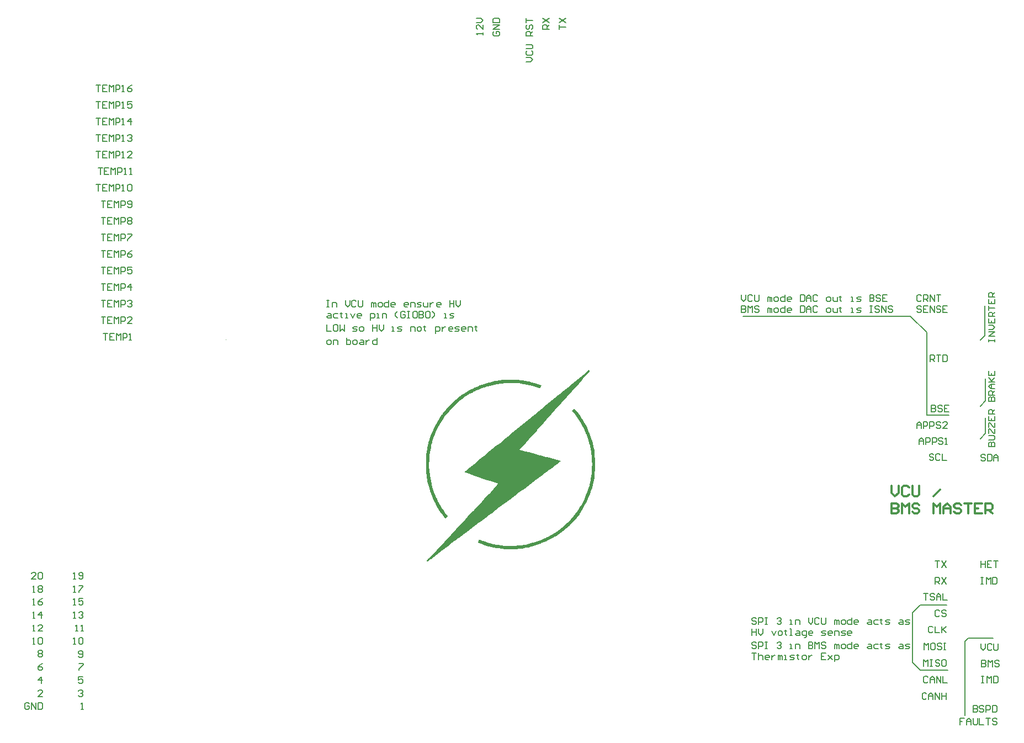
<source format=gto>
G04*
G04 #@! TF.GenerationSoftware,Altium Limited,Altium Designer,18.1.11 (251)*
G04*
G04 Layer_Color=65535*
%FSLAX25Y25*%
%MOIN*%
G70*
G01*
G75*
%ADD10C,0.00787*%
%ADD11C,0.00394*%
%ADD12C,0.01181*%
G36*
X298884Y314303D02*
X299977D01*
X301180Y314084D01*
X302602Y313975D01*
X305664Y313428D01*
X305883D01*
X306430Y313319D01*
X307195Y313100D01*
X308289Y312772D01*
X309492Y312444D01*
X310804Y312007D01*
X313757Y311022D01*
X312882Y309054D01*
X312773Y309163D01*
X312226Y309273D01*
X311460Y309601D01*
X310585Y309929D01*
X309382Y310257D01*
X308070Y310694D01*
X305227Y311350D01*
X305008D01*
X304571Y311460D01*
X303805Y311679D01*
X302711Y311788D01*
X301508Y312007D01*
X300196Y312225D01*
X297243Y312444D01*
X294728D01*
X293525Y312335D01*
X292213D01*
X289260Y312007D01*
X289041D01*
X288604Y311897D01*
X287839Y311788D01*
X286854Y311679D01*
X285651Y311460D01*
X284339Y311132D01*
X281496Y310475D01*
X281277D01*
X280839Y310257D01*
X280074Y310038D01*
X279090Y309710D01*
X277887Y309273D01*
X276684Y308726D01*
X273950Y307523D01*
X273840Y307414D01*
X273294Y307195D01*
X272637Y306867D01*
X271763Y306429D01*
X270669Y305882D01*
X269466Y305226D01*
X266951Y303695D01*
X266841Y303586D01*
X266404Y303258D01*
X265748Y302711D01*
X264982Y302055D01*
X263998Y301289D01*
X262904Y300305D01*
X260717Y298227D01*
X260608Y298118D01*
X260170Y297680D01*
X259624Y297134D01*
X258967Y296368D01*
X258093Y295493D01*
X257218Y294400D01*
X255249Y291994D01*
X255140Y291884D01*
X254812Y291447D01*
X254374Y290681D01*
X253828Y289807D01*
X253171Y288713D01*
X252406Y287510D01*
X250984Y284776D01*
X250875Y284667D01*
X250656Y284120D01*
X250328Y283354D01*
X249891Y282479D01*
X249453Y281276D01*
X248906Y279964D01*
X247922Y277121D01*
Y276902D01*
X247703Y276465D01*
X247594Y275699D01*
X247266Y274605D01*
X247047Y273403D01*
X246719Y272090D01*
X246282Y269137D01*
Y268919D01*
X246172Y268481D01*
Y267716D01*
X246063Y266622D01*
Y265419D01*
X245954Y264107D01*
Y261154D01*
Y260935D01*
X246063Y260498D01*
Y259733D01*
X246172Y258748D01*
X246391Y257545D01*
X246610Y256233D01*
X247047Y253390D01*
Y253171D01*
X247157Y252733D01*
X247375Y251968D01*
X247594Y250984D01*
X247922Y249781D01*
X248250Y248468D01*
X249234Y245734D01*
X249344Y245516D01*
X249563Y245078D01*
X249781Y244313D01*
X250219Y243438D01*
X250765Y242235D01*
X251312Y241032D01*
X252734Y238407D01*
X252843Y238298D01*
X253062Y237860D01*
X253499Y237095D01*
X254046Y236329D01*
X254812Y235236D01*
X255577Y234142D01*
X257327Y231846D01*
X255796Y230533D01*
X255687Y230643D01*
X255359Y231080D01*
X254812Y231736D01*
X254156Y232611D01*
X253390Y233595D01*
X252625Y234689D01*
X250984Y237314D01*
X250875Y237532D01*
X250656Y237970D01*
X250219Y238735D01*
X249781Y239720D01*
X249234Y240813D01*
X248578Y242126D01*
X247375Y244969D01*
X247266Y245188D01*
X247157Y245625D01*
X246829Y246391D01*
X246500Y247484D01*
X246172Y248578D01*
X245735Y249999D01*
X244969Y252843D01*
Y253062D01*
X244860Y253499D01*
X244751Y254374D01*
X244532Y255358D01*
X244423Y256670D01*
X244313Y258092D01*
X244204Y259623D01*
X244094Y261154D01*
Y261373D01*
Y261920D01*
Y262685D01*
Y263779D01*
Y264982D01*
Y266404D01*
X244313Y269465D01*
Y269684D01*
X244423Y270231D01*
X244532Y270997D01*
X244751Y272090D01*
X244969Y273293D01*
X245188Y274715D01*
X245954Y277667D01*
X246063Y277886D01*
X246172Y278433D01*
X246500Y279199D01*
X246829Y280183D01*
X247266Y281495D01*
X247813Y282807D01*
X249125Y285651D01*
X249234Y285870D01*
X249453Y286307D01*
X249891Y287072D01*
X250437Y288057D01*
X251094Y289260D01*
X251859Y290463D01*
X253609Y293197D01*
X253718Y293306D01*
X254046Y293743D01*
X254593Y294509D01*
X255249Y295274D01*
X256124Y296259D01*
X256999Y297352D01*
X259186Y299649D01*
X259296Y299758D01*
X259733Y300196D01*
X260389Y300743D01*
X261264Y301508D01*
X262248Y302383D01*
X263342Y303258D01*
X265857Y305226D01*
X265967Y305336D01*
X266513Y305664D01*
X267169Y306101D01*
X268044Y306757D01*
X269138Y307414D01*
X270341Y308070D01*
X273075Y309491D01*
X273294Y309601D01*
X273731Y309819D01*
X274497Y310148D01*
X275481Y310475D01*
X276684Y311022D01*
X277996Y311460D01*
X280949Y312444D01*
X281168D01*
X281605Y312663D01*
X282370Y312772D01*
X283464Y313100D01*
X284667Y313319D01*
X285979Y313647D01*
X289041Y314084D01*
X289260D01*
X289807Y314194D01*
X290573Y314303D01*
X291666D01*
X292869Y314412D01*
X298118D01*
X298884Y314303D01*
D02*
G37*
G36*
X333770Y296806D02*
X334098Y296368D01*
X334645Y295712D01*
X335410Y294837D01*
X336176Y293853D01*
X337051Y292650D01*
X337925Y291447D01*
X338800Y290025D01*
X338910Y289916D01*
X339238Y289369D01*
X339566Y288713D01*
X340113Y287729D01*
X340769Y286635D01*
X341425Y285323D01*
X342628Y282479D01*
X342737Y282261D01*
X342956Y281823D01*
X343175Y281058D01*
X343612Y279964D01*
X343940Y278761D01*
X344378Y277449D01*
X345143Y274387D01*
Y274168D01*
X345252Y273731D01*
X345471Y272856D01*
X345690Y271762D01*
X345909Y270559D01*
X346018Y269138D01*
X346346Y266075D01*
Y265857D01*
Y265310D01*
Y264435D01*
Y263341D01*
Y262029D01*
Y260607D01*
X346018Y257436D01*
Y257217D01*
X345909Y256780D01*
X345799Y255905D01*
X345690Y254811D01*
X345471Y253608D01*
X345143Y252187D01*
X344378Y249125D01*
Y248906D01*
X344159Y248468D01*
X343940Y247594D01*
X343612Y246500D01*
X343175Y245297D01*
X342628Y243875D01*
X341316Y240923D01*
X341206Y240704D01*
X340987Y240266D01*
X340550Y239501D01*
X340003Y238517D01*
X339347Y237314D01*
X338581Y236001D01*
X336832Y233267D01*
X336722Y233158D01*
X336394Y232721D01*
X335847Y231955D01*
X335082Y231080D01*
X334207Y230096D01*
X333223Y229002D01*
X330926Y226596D01*
X330817Y226487D01*
X330380Y226050D01*
X329723Y225503D01*
X328958Y224737D01*
X327864Y223862D01*
X326771Y222988D01*
X324255Y221019D01*
X324146Y220910D01*
X323599Y220582D01*
X322943Y220144D01*
X321959Y219597D01*
X320865Y218941D01*
X319553Y218285D01*
X316709Y216863D01*
X316491Y216754D01*
X316053Y216535D01*
X315288Y216207D01*
X314304Y215879D01*
X313101Y215332D01*
X311788Y214895D01*
X308836Y213911D01*
X308726D01*
X308289Y213801D01*
X307633Y213583D01*
X306758Y213364D01*
X305773Y213145D01*
X304571Y212926D01*
X302055Y212489D01*
X301946D01*
X301508Y212380D01*
X300743D01*
X299868Y212270D01*
X298884Y212161D01*
X297681D01*
X295166Y212052D01*
X292650D01*
X291994Y212161D01*
X291229D01*
X290463Y212270D01*
X289370Y212380D01*
X288057Y212598D01*
X286635Y212817D01*
X283464Y213364D01*
X283245D01*
X282808Y213583D01*
X281933Y213801D01*
X280949Y214020D01*
X279637Y214458D01*
X278324Y214895D01*
X275372Y215988D01*
X276246Y217848D01*
X276465Y217738D01*
X276903Y217629D01*
X277668Y217301D01*
X278652Y216863D01*
X279855Y216535D01*
X281168Y216098D01*
X284011Y215223D01*
X284230D01*
X284667Y215114D01*
X285433Y214895D01*
X286526Y214786D01*
X287729Y214567D01*
X289041Y214348D01*
X292104Y214129D01*
X293635D01*
X294728Y214020D01*
X295931D01*
X297353Y214129D01*
X300306Y214239D01*
X300524D01*
X300962Y214348D01*
X301837Y214458D01*
X302821Y214567D01*
X304024Y214786D01*
X305336Y215114D01*
X308289Y215879D01*
X308507D01*
X308945Y216098D01*
X309711Y216317D01*
X310695Y216645D01*
X311898Y216973D01*
X313210Y217410D01*
X315944Y218613D01*
X316163Y218723D01*
X316600Y218941D01*
X317256Y219269D01*
X318241Y219816D01*
X319334Y220363D01*
X320537Y221019D01*
X323052Y222659D01*
X323162Y222769D01*
X323599Y223097D01*
X324365Y223534D01*
X325240Y224190D01*
X326224Y225065D01*
X327318Y225940D01*
X329614Y228018D01*
X329723Y228128D01*
X330161Y228565D01*
X330708Y229112D01*
X331473Y229987D01*
X332348Y230971D01*
X333223Y232064D01*
X334207Y233267D01*
X335191Y234580D01*
X335301Y234689D01*
X335629Y235126D01*
X336066Y235892D01*
X336613Y236767D01*
X337269Y237860D01*
X338035Y239064D01*
X338691Y240376D01*
X339456Y241797D01*
X339566Y242016D01*
X339785Y242454D01*
X340113Y243219D01*
X340550Y244203D01*
X340987Y245406D01*
X341534Y246719D01*
X342518Y249671D01*
Y249890D01*
X342737Y250328D01*
X342847Y251093D01*
X343175Y252187D01*
X343393Y253390D01*
X343612Y254702D01*
X344050Y257655D01*
Y257873D01*
X344159Y258420D01*
Y259186D01*
X344268Y260279D01*
Y261482D01*
X344378Y262904D01*
X344268Y265966D01*
Y266185D01*
Y266622D01*
X344159Y267497D01*
X344050Y268481D01*
X343940Y269684D01*
X343721Y270997D01*
X343175Y273949D01*
Y274168D01*
X343065Y274605D01*
X342847Y275371D01*
X342518Y276355D01*
X342190Y277558D01*
X341753Y278871D01*
X340769Y281714D01*
X340659Y281933D01*
X340550Y282370D01*
X340222Y283136D01*
X339785Y284120D01*
X339238Y285213D01*
X338581Y286416D01*
X337051Y289041D01*
X336941Y289150D01*
X336722Y289588D01*
X336285Y290353D01*
X335629Y291228D01*
X334973Y292212D01*
X334098Y293306D01*
X332129Y295712D01*
X333660Y296915D01*
X333770Y296806D01*
D02*
G37*
G36*
X342737Y320099D02*
Y319881D01*
X342846Y319771D01*
X342956Y319552D01*
X342846Y319443D01*
X342737Y319334D01*
X342409Y319006D01*
X342081Y318568D01*
X340987Y317365D01*
X339675Y315834D01*
X338144Y314084D01*
X336394Y312116D01*
X334535Y310038D01*
X332567Y307851D01*
X332457Y307742D01*
X332348Y307632D01*
X332020Y307304D01*
X331692Y306867D01*
X330598Y305664D01*
X329176Y304133D01*
X327645Y302383D01*
X325786Y300305D01*
X323818Y298227D01*
X321849Y295931D01*
X321740Y295821D01*
X321631Y295712D01*
X321303Y295384D01*
X320975Y294946D01*
X319881Y293743D01*
X318569Y292212D01*
X316928Y290463D01*
X315178Y288385D01*
X313210Y286307D01*
X311242Y284010D01*
X311132Y283901D01*
X311023Y283792D01*
X310695Y283464D01*
X310367Y283026D01*
X309273Y281823D01*
X307851Y280292D01*
X306320Y278433D01*
X304461Y276465D01*
X302493Y274277D01*
X300524Y272090D01*
X300634D01*
X300852Y271981D01*
X301180D01*
X301618Y271762D01*
X302165Y271653D01*
X302821Y271434D01*
X304461Y271106D01*
X306320Y270559D01*
X308398Y270012D01*
X310695Y269356D01*
X312991Y268700D01*
X313101D01*
X313319Y268591D01*
X313647D01*
X314085Y268372D01*
X314632Y268263D01*
X315288Y268044D01*
X316928Y267716D01*
X318787Y267169D01*
X320975Y266622D01*
X323162Y265966D01*
X325568Y265310D01*
X325458Y265200D01*
X325021Y264872D01*
X324474Y264544D01*
X323927Y264107D01*
X323818Y263998D01*
X323490Y263779D01*
X323052Y263451D01*
X322615Y263013D01*
X322506Y262904D01*
X322178Y262685D01*
X321631Y262357D01*
X320975Y261810D01*
X320100Y261154D01*
X319115Y260389D01*
X317913Y259514D01*
X316709Y258529D01*
X315288Y257545D01*
X313866Y256452D01*
X310585Y254046D01*
X307195Y251421D01*
X303696Y248797D01*
X303586Y248687D01*
X303258Y248468D01*
X302711Y248140D01*
X302055Y247593D01*
X301180Y246937D01*
X300196Y246172D01*
X298993Y245297D01*
X297790Y244313D01*
X296369Y243328D01*
X294837Y242126D01*
X291666Y239720D01*
X288167Y237204D01*
X284667Y234470D01*
X284558Y234361D01*
X284230Y234142D01*
X283792Y233814D01*
X283027Y233267D01*
X282152Y232611D01*
X281168Y231846D01*
X280074Y230971D01*
X278762Y230096D01*
X277449Y229002D01*
X275918Y227909D01*
X272747Y225503D01*
X269357Y222988D01*
X265857Y220363D01*
X265748Y220253D01*
X265420Y220035D01*
X264873Y219707D01*
X264217Y219160D01*
X263342Y218504D01*
X262358Y217738D01*
X261264Y216863D01*
X259952Y215879D01*
X257108Y213801D01*
X253937Y211395D01*
X250547Y208771D01*
X247047Y206146D01*
X246938Y206037D01*
X246610Y205927D01*
X246172Y205599D01*
X245625Y205052D01*
X245516Y204943D01*
X245188Y204724D01*
X244751D01*
X244641Y204943D01*
Y205052D01*
Y205381D01*
X244751Y205709D01*
X245079Y206146D01*
X245188Y206256D01*
X245516Y206474D01*
X246391Y207130D01*
X246610Y207349D01*
X247157Y207896D01*
X248031Y208880D01*
X249125Y209974D01*
X250437Y211395D01*
X251859Y212926D01*
X255030Y216317D01*
X255249Y216535D01*
X255796Y217082D01*
X256671Y218066D01*
X257765Y219160D01*
X259077Y220582D01*
X260498Y222222D01*
X262030Y223862D01*
X263670Y225612D01*
Y225722D01*
X263889Y225831D01*
X264435Y226378D01*
X265310Y227362D01*
X266404Y228565D01*
X267716Y229987D01*
X269138Y231518D01*
X272309Y234908D01*
Y235017D01*
X272528Y235126D01*
X273075Y235673D01*
X273950Y236658D01*
X275043Y237860D01*
X276356Y239282D01*
X277777Y240813D01*
X280949Y244203D01*
X281058Y244313D01*
X281277Y244531D01*
X281605Y244860D01*
X282042Y245297D01*
X283136Y246391D01*
X284339Y247703D01*
X284448Y247812D01*
X284667Y248031D01*
X284995Y248359D01*
X285323Y248906D01*
X286417Y250109D01*
X287620Y251640D01*
X287510D01*
X287401Y251749D01*
X286745Y251968D01*
X285761Y252296D01*
X284448Y252733D01*
X282808Y253280D01*
X281168Y253827D01*
X279308Y254374D01*
X277340Y255030D01*
X277121Y255139D01*
X276465Y255358D01*
X275481Y255686D01*
X274168Y256124D01*
X272637Y256670D01*
X270888Y257217D01*
X269138Y257873D01*
X267169Y258529D01*
X267279Y258639D01*
X267607Y258858D01*
X268154Y259295D01*
X268810Y259842D01*
X269685Y260607D01*
X270669Y261482D01*
X271763Y262357D01*
X273075Y263451D01*
X274497Y264544D01*
X275918Y265857D01*
X279199Y268481D01*
X282589Y271325D01*
X286198Y274168D01*
X286307Y274277D01*
X286635Y274496D01*
X287182Y274934D01*
X287839Y275480D01*
X288713Y276136D01*
X289698Y277011D01*
X290791Y277886D01*
X292104Y278980D01*
X293416Y280073D01*
X294947Y281276D01*
X298118Y283901D01*
X301508Y286635D01*
X305008Y289478D01*
X305117Y289588D01*
X305445Y289807D01*
X305992Y290244D01*
X306648Y290791D01*
X307523Y291556D01*
X308507Y292322D01*
X309711Y293306D01*
X310913Y294290D01*
X313757Y296696D01*
X316928Y299212D01*
X320318Y302055D01*
X323818Y304898D01*
X323927Y305008D01*
X324255Y305226D01*
X324802Y305664D01*
X325458Y306210D01*
X326333Y306976D01*
X327317Y307741D01*
X328520Y308726D01*
X329723Y309710D01*
X332567Y312007D01*
X335738Y314631D01*
X339128Y317365D01*
X342628Y320209D01*
X342737Y320099D01*
D02*
G37*
D10*
X569685Y111811D02*
Y156299D01*
X571654Y158268D01*
X586614D01*
X581496Y340945D02*
Y359055D01*
X578740Y338189D02*
X581496Y340945D01*
X578740Y278740D02*
X581890Y281890D01*
Y291339D01*
X578740Y298425D02*
X581890Y301575D01*
Y314961D01*
X546457Y292913D02*
X559842D01*
X546457D02*
Y342913D01*
X536614Y352756D02*
X546457Y342913D01*
X435433Y352756D02*
X536614D01*
X542520Y138976D02*
X559055D01*
X537795Y143701D02*
X542520Y138976D01*
X537795Y143701D02*
Y173622D01*
X542520Y178347D01*
X558661D01*
X551537Y204960D02*
X554161D01*
X552849D01*
Y201024D01*
X555473Y204960D02*
X558097Y201024D01*
Y204960D02*
X555473Y201024D01*
X32677Y162518D02*
X33989D01*
X33333D01*
Y166454D01*
X32677Y165798D01*
X35957Y162518D02*
X37269D01*
X36613D01*
Y166454D01*
X35957Y165798D01*
X579134Y194941D02*
X580446D01*
X579790D01*
Y191006D01*
X579134D01*
X580446D01*
X582414D02*
Y194941D01*
X583726Y193630D01*
X585037Y194941D01*
Y191006D01*
X586349Y194941D02*
Y191006D01*
X588317D01*
X588973Y191662D01*
Y194286D01*
X588317Y194941D01*
X586349D01*
X48031Y362380D02*
X50655D01*
X49343D01*
Y358445D01*
X54591Y362380D02*
X51967D01*
Y358445D01*
X54591D01*
X51967Y360413D02*
X53279D01*
X55903Y358445D02*
Y362380D01*
X57215Y361069D01*
X58527Y362380D01*
Y358445D01*
X59839D02*
Y362380D01*
X61807D01*
X62463Y361724D01*
Y360413D01*
X61807Y359757D01*
X59839D01*
X63775Y361724D02*
X64430Y362380D01*
X65742D01*
X66398Y361724D01*
Y361069D01*
X65742Y360413D01*
X65086D01*
X65742D01*
X66398Y359757D01*
Y359101D01*
X65742Y358445D01*
X64430D01*
X63775Y359101D01*
X6693Y162518D02*
X8005D01*
X7349D01*
Y166454D01*
X6693Y165798D01*
X12596Y162518D02*
X9973D01*
X12596Y165142D01*
Y165798D01*
X11941Y166454D01*
X10629D01*
X9973Y165798D01*
X544488Y141339D02*
Y145275D01*
X545800Y143963D01*
X547112Y145275D01*
Y141339D01*
X548424Y145275D02*
X549736D01*
X549080D01*
Y141339D01*
X548424D01*
X549736D01*
X554327Y144619D02*
X553672Y145275D01*
X552360D01*
X551704Y144619D01*
Y143963D01*
X552360Y143307D01*
X553672D01*
X554327Y142651D01*
Y141995D01*
X553672Y141339D01*
X552360D01*
X551704Y141995D01*
X557607Y145275D02*
X556295D01*
X555639Y144619D01*
Y141995D01*
X556295Y141339D01*
X557607D01*
X558263Y141995D01*
Y144619D01*
X557607Y145275D01*
X551537Y191122D02*
Y195057D01*
X553505D01*
X554161Y194401D01*
Y193089D01*
X553505Y192434D01*
X551537D01*
X552849D02*
X554161Y191122D01*
X555473Y195057D02*
X558097Y191122D01*
Y195057D02*
X555473Y191122D01*
X44882Y482380D02*
X47506D01*
X46194D01*
Y478445D01*
X51441Y482380D02*
X48818D01*
Y478445D01*
X51441D01*
X48818Y480412D02*
X50129D01*
X52753Y478445D02*
Y482380D01*
X54065Y481069D01*
X55377Y482380D01*
Y478445D01*
X56689D02*
Y482380D01*
X58657D01*
X59313Y481724D01*
Y480412D01*
X58657Y479757D01*
X56689D01*
X60625Y478445D02*
X61937D01*
X61281D01*
Y482380D01*
X60625Y481724D01*
X66528Y482380D02*
X63905D01*
Y480412D01*
X65216Y481069D01*
X65873D01*
X66528Y480412D01*
Y479101D01*
X65873Y478445D01*
X64561D01*
X63905Y479101D01*
X569159Y110009D02*
X566535D01*
Y108041D01*
X567847D01*
X566535D01*
Y106073D01*
X570471D02*
Y108697D01*
X571783Y110009D01*
X573095Y108697D01*
Y106073D01*
Y108041D01*
X570471D01*
X574407Y110009D02*
Y106729D01*
X575063Y106073D01*
X576375D01*
X577031Y106729D01*
Y110009D01*
X578343D02*
Y106073D01*
X580967D01*
X582278Y110009D02*
X584902D01*
X583590D01*
Y106073D01*
X588838Y109353D02*
X588182Y110009D01*
X586870D01*
X586214Y109353D01*
Y108697D01*
X586870Y108041D01*
X588182D01*
X588838Y107385D01*
Y106729D01*
X588182Y106073D01*
X586870D01*
X586214Y106729D01*
X48031Y422380D02*
X50655D01*
X49343D01*
Y418445D01*
X54591Y422380D02*
X51967D01*
Y418445D01*
X54591D01*
X51967Y420412D02*
X53279D01*
X55903Y418445D02*
Y422380D01*
X57215Y421068D01*
X58527Y422380D01*
Y418445D01*
X59839D02*
Y422380D01*
X61807D01*
X62463Y421724D01*
Y420412D01*
X61807Y419757D01*
X59839D01*
X63774Y419101D02*
X64430Y418445D01*
X65742D01*
X66398Y419101D01*
Y421724D01*
X65742Y422380D01*
X64430D01*
X63774Y421724D01*
Y421068D01*
X64430Y420412D01*
X66398D01*
X31102Y170392D02*
X32414D01*
X31758D01*
Y174328D01*
X31102Y173672D01*
X34382D02*
X35038Y174328D01*
X36350D01*
X37006Y173672D01*
Y173016D01*
X36350Y172360D01*
X35694D01*
X36350D01*
X37006Y171704D01*
Y171048D01*
X36350Y170392D01*
X35038D01*
X34382Y171048D01*
X278387Y522698D02*
Y524010D01*
Y523354D01*
X274452D01*
X275108Y522698D01*
X278387Y528602D02*
Y525978D01*
X275764Y528602D01*
X275108D01*
X274452Y527946D01*
Y526634D01*
X275108Y525978D01*
X274452Y529914D02*
X277076D01*
X278387Y531226D01*
X277076Y532538D01*
X274452D01*
X550655Y268940D02*
X549999Y269596D01*
X548688D01*
X548032Y268940D01*
Y268285D01*
X548688Y267629D01*
X549999D01*
X550655Y266973D01*
Y266317D01*
X549999Y265661D01*
X548688D01*
X548032Y266317D01*
X554591Y268940D02*
X553935Y269596D01*
X552623D01*
X551967Y268940D01*
Y266317D01*
X552623Y265661D01*
X553935D01*
X554591Y266317D01*
X555903Y269596D02*
Y265661D01*
X558527D01*
X583711Y337442D02*
Y338754D01*
Y338098D01*
X587646D01*
Y337442D01*
Y338754D01*
Y340722D02*
X583711D01*
X587646Y343346D01*
X583711D01*
Y344658D02*
X586335D01*
X587646Y345970D01*
X586335Y347281D01*
X583711D01*
Y351217D02*
Y348593D01*
X587646D01*
Y351217D01*
X585679Y348593D02*
Y349905D01*
X587646Y352529D02*
X583711D01*
Y354497D01*
X584367Y355153D01*
X585679D01*
X586335Y354497D01*
Y352529D01*
Y353841D02*
X587646Y355153D01*
X583711Y356465D02*
Y359089D01*
Y357777D01*
X587646D01*
X583711Y363024D02*
Y360401D01*
X587646D01*
Y363024D01*
X585679Y360401D02*
Y361713D01*
X587646Y364336D02*
X583711D01*
Y366304D01*
X584367Y366960D01*
X585679D01*
X586335Y366304D01*
Y364336D01*
Y365648D02*
X587646Y366960D01*
X12466Y142832D02*
X11154Y142176D01*
X9843Y140864D01*
Y139552D01*
X10498Y138896D01*
X11810D01*
X12466Y139552D01*
Y140208D01*
X11810Y140864D01*
X9843D01*
X583711Y301222D02*
X587646D01*
Y303189D01*
X586990Y303845D01*
X586335D01*
X585678Y303189D01*
Y301222D01*
Y303189D01*
X585023Y303845D01*
X584367D01*
X583711Y303189D01*
Y301222D01*
X587646Y305157D02*
X583711D01*
Y307125D01*
X584367Y307781D01*
X585678D01*
X586335Y307125D01*
Y305157D01*
Y306469D02*
X587646Y307781D01*
Y309093D02*
X585023D01*
X583711Y310405D01*
X585023Y311717D01*
X587646D01*
X585678D01*
Y309093D01*
X583711Y313029D02*
X587646D01*
X586335D01*
X583711Y315653D01*
X585678Y313685D01*
X587646Y315653D01*
X583711Y319588D02*
Y316965D01*
X587646D01*
Y319588D01*
X585678Y316965D02*
Y318277D01*
X579096Y205057D02*
Y201121D01*
Y203089D01*
X581720D01*
Y205057D01*
Y201121D01*
X585656Y205057D02*
X583032D01*
Y201121D01*
X585656D01*
X583032Y203089D02*
X584344D01*
X586968Y205057D02*
X589592D01*
X588280D01*
Y201121D01*
X548425Y325227D02*
Y329163D01*
X550393D01*
X551049Y328507D01*
Y327195D01*
X550393Y326539D01*
X548425D01*
X549737D02*
X551049Y325227D01*
X552361Y329163D02*
X554985D01*
X553673D01*
Y325227D01*
X556297Y329163D02*
Y325227D01*
X558264D01*
X558920Y325883D01*
Y328507D01*
X558264Y329163D01*
X556297D01*
X31102Y194014D02*
X32414D01*
X31758D01*
Y197950D01*
X31102Y197294D01*
X34382Y194670D02*
X35038Y194014D01*
X36350D01*
X37006Y194670D01*
Y197294D01*
X36350Y197950D01*
X35038D01*
X34382Y197294D01*
Y196638D01*
X35038Y195982D01*
X37006D01*
X304452Y506299D02*
X307076D01*
X308387Y507611D01*
X307076Y508923D01*
X304452D01*
X305108Y512859D02*
X304452Y512203D01*
Y510891D01*
X305108Y510235D01*
X307732D01*
X308387Y510891D01*
Y512203D01*
X307732Y512859D01*
X304452Y514171D02*
X307732D01*
X308387Y514827D01*
Y516139D01*
X307732Y516794D01*
X304452D01*
X308387Y522042D02*
X304452D01*
Y524010D01*
X305108Y524666D01*
X306420D01*
X307076Y524010D01*
Y522042D01*
Y523354D02*
X308387Y524666D01*
X305108Y528602D02*
X304452Y527946D01*
Y526634D01*
X305108Y525978D01*
X305764D01*
X306420Y526634D01*
Y527946D01*
X307076Y528602D01*
X307732D01*
X308387Y527946D01*
Y526634D01*
X307732Y525978D01*
X304452Y529914D02*
Y532538D01*
Y531226D01*
X308387D01*
X36876Y134958D02*
X34252D01*
Y132990D01*
X35564Y133646D01*
X36220D01*
X36876Y132990D01*
Y131678D01*
X36220Y131022D01*
X34908D01*
X34252Y131678D01*
X579528Y135256D02*
X580839D01*
X580184D01*
Y131321D01*
X579528D01*
X580839D01*
X582807D02*
Y135256D01*
X584119Y133944D01*
X585431Y135256D01*
Y131321D01*
X586743Y135256D02*
Y131321D01*
X588711D01*
X589367Y131977D01*
Y134600D01*
X588711Y135256D01*
X586743D01*
X579134Y155020D02*
Y152396D01*
X580446Y151084D01*
X581758Y152396D01*
Y155020D01*
X585693Y154364D02*
X585038Y155020D01*
X583726D01*
X583070Y154364D01*
Y151740D01*
X583726Y151084D01*
X585038D01*
X585693Y151740D01*
X587005Y155020D02*
Y151740D01*
X587661Y151084D01*
X588973D01*
X589629Y151740D01*
Y155020D01*
X34252Y147426D02*
X34908Y146770D01*
X36220D01*
X36876Y147426D01*
Y150050D01*
X36220Y150706D01*
X34908D01*
X34252Y150050D01*
Y149394D01*
X34908Y148738D01*
X36876D01*
X285108Y524666D02*
X284452Y524010D01*
Y522698D01*
X285108Y522042D01*
X287732D01*
X288387Y522698D01*
Y524010D01*
X287732Y524666D01*
X286420D01*
Y523354D01*
X288387Y525978D02*
X284452D01*
X288387Y528602D01*
X284452D01*
Y529914D02*
X288387D01*
Y531882D01*
X287732Y532538D01*
X285108D01*
X284452Y531882D01*
Y529914D01*
X547112Y134600D02*
X546456Y135256D01*
X545144D01*
X544488Y134600D01*
Y131977D01*
X545144Y131321D01*
X546456D01*
X547112Y131977D01*
X548424Y131321D02*
Y133944D01*
X549736Y135256D01*
X551048Y133944D01*
Y131321D01*
Y133289D01*
X548424D01*
X552360Y131321D02*
Y135256D01*
X554984Y131321D01*
Y135256D01*
X556295D02*
Y131321D01*
X558919D01*
X34646Y142832D02*
X37269D01*
Y142176D01*
X34646Y139552D01*
Y138896D01*
X31102Y186140D02*
X32414D01*
X31758D01*
Y190076D01*
X31102Y189420D01*
X34382Y190076D02*
X37006D01*
Y189420D01*
X34382Y186796D01*
Y186140D01*
X6693Y170473D02*
X8005D01*
X7349D01*
Y174409D01*
X6693Y173753D01*
X11941Y170473D02*
Y174409D01*
X9973Y172441D01*
X12596D01*
X6693Y154644D02*
X8005D01*
X7349D01*
Y158580D01*
X6693Y157924D01*
X9973D02*
X10629Y158580D01*
X11941D01*
X12596Y157924D01*
Y155300D01*
X11941Y154644D01*
X10629D01*
X9973Y155300D01*
Y157924D01*
X6693Y178266D02*
X8005D01*
X7349D01*
Y182202D01*
X6693Y181546D01*
X12596Y182202D02*
X11285Y181546D01*
X9973Y180234D01*
Y178922D01*
X10629Y178266D01*
X11941D01*
X12596Y178922D01*
Y179578D01*
X11941Y180234D01*
X9973D01*
X579528Y144941D02*
Y141006D01*
X581495D01*
X582151Y141662D01*
Y142318D01*
X581495Y142974D01*
X579528D01*
X581495D01*
X582151Y143630D01*
Y144286D01*
X581495Y144941D01*
X579528D01*
X583463Y141006D02*
Y144941D01*
X584775Y143630D01*
X586087Y144941D01*
Y141006D01*
X590023Y144286D02*
X589367Y144941D01*
X588055D01*
X587399Y144286D01*
Y143630D01*
X588055Y142974D01*
X589367D01*
X590023Y142318D01*
Y141662D01*
X589367Y141006D01*
X588055D01*
X587399Y141662D01*
X574409Y117697D02*
Y113762D01*
X576377D01*
X577033Y114418D01*
Y115074D01*
X576377Y115729D01*
X574409D01*
X576377D01*
X577033Y116385D01*
Y117041D01*
X576377Y117697D01*
X574409D01*
X580969Y117041D02*
X580313Y117697D01*
X579001D01*
X578345Y117041D01*
Y116385D01*
X579001Y115729D01*
X580313D01*
X580969Y115074D01*
Y114418D01*
X580313Y113762D01*
X579001D01*
X578345Y114418D01*
X582281Y113762D02*
Y117697D01*
X584249D01*
X584905Y117041D01*
Y115729D01*
X584249Y115074D01*
X582281D01*
X586217Y117697D02*
Y113762D01*
X588184D01*
X588840Y114418D01*
Y117041D01*
X588184Y117697D01*
X586217D01*
X6693Y186140D02*
X8005D01*
X7349D01*
Y190076D01*
X6693Y189420D01*
X9973D02*
X10629Y190076D01*
X11941D01*
X12596Y189420D01*
Y188764D01*
X11941Y188108D01*
X12596Y187452D01*
Y186796D01*
X11941Y186140D01*
X10629D01*
X9973Y186796D01*
Y187452D01*
X10629Y188108D01*
X9973Y188764D01*
Y189420D01*
X10629Y188108D02*
X11941D01*
X324452Y525978D02*
Y528602D01*
Y527290D01*
X328387D01*
X324452Y529914D02*
X328387Y532538D01*
X324452D02*
X328387Y529914D01*
X31102Y154644D02*
X32414D01*
X31758D01*
Y158580D01*
X31102Y157924D01*
X34382D02*
X35038Y158580D01*
X36350D01*
X37006Y157924D01*
Y155300D01*
X36350Y154644D01*
X35038D01*
X34382Y155300D01*
Y157924D01*
X31102Y178266D02*
X32414D01*
X31758D01*
Y182202D01*
X31102Y181546D01*
X37006Y182202D02*
X34382D01*
Y180234D01*
X35694Y180890D01*
X36350D01*
X37006Y180234D01*
Y178922D01*
X36350Y178266D01*
X35038D01*
X34382Y178922D01*
X11810Y130984D02*
Y134920D01*
X9843Y132952D01*
X12466D01*
X554199Y174522D02*
X553543Y175178D01*
X552231D01*
X551575Y174522D01*
Y171898D01*
X552231Y171242D01*
X553543D01*
X554199Y171898D01*
X558134Y174522D02*
X557478Y175178D01*
X556167D01*
X555511Y174522D01*
Y173866D01*
X556167Y173210D01*
X557478D01*
X558134Y172554D01*
Y171898D01*
X557478Y171242D01*
X556167D01*
X555511Y171898D01*
X12466Y123148D02*
X9843D01*
X12466Y125772D01*
Y126428D01*
X11810Y127084D01*
X10498D01*
X9843Y126428D01*
X44882Y472380D02*
X47506D01*
X46194D01*
Y468445D01*
X51441Y472380D02*
X48818D01*
Y468445D01*
X51441D01*
X48818Y470412D02*
X50129D01*
X52753Y468445D02*
Y472380D01*
X54065Y471068D01*
X55377Y472380D01*
Y468445D01*
X56689D02*
Y472380D01*
X58657D01*
X59313Y471724D01*
Y470412D01*
X58657Y469757D01*
X56689D01*
X60625Y468445D02*
X61937D01*
X61281D01*
Y472380D01*
X60625Y471724D01*
X65873Y468445D02*
Y472380D01*
X63905Y470412D01*
X66528D01*
X48031Y382380D02*
X50655D01*
X49343D01*
Y378445D01*
X54591Y382380D02*
X51967D01*
Y378445D01*
X54591D01*
X51967Y380413D02*
X53279D01*
X55903Y378445D02*
Y382380D01*
X57215Y381068D01*
X58527Y382380D01*
Y378445D01*
X59839D02*
Y382380D01*
X61807D01*
X62463Y381724D01*
Y380413D01*
X61807Y379757D01*
X59839D01*
X66398Y382380D02*
X63774D01*
Y380413D01*
X65086Y381068D01*
X65742D01*
X66398Y380413D01*
Y379101D01*
X65742Y378445D01*
X64430D01*
X63774Y379101D01*
X541866Y275346D02*
Y277970D01*
X543178Y279281D01*
X544489Y277970D01*
Y275346D01*
Y277314D01*
X541866D01*
X545801Y275346D02*
Y279281D01*
X547769D01*
X548425Y278625D01*
Y277314D01*
X547769Y276658D01*
X545801D01*
X549737Y275346D02*
Y279281D01*
X551705D01*
X552361Y278625D01*
Y277314D01*
X551705Y276658D01*
X549737D01*
X556297Y278625D02*
X555641Y279281D01*
X554329D01*
X553673Y278625D01*
Y277970D01*
X554329Y277314D01*
X555641D01*
X556297Y276658D01*
Y276002D01*
X555641Y275346D01*
X554329D01*
X553673Y276002D01*
X557609Y275346D02*
X558920D01*
X558264D01*
Y279281D01*
X557609Y278625D01*
X8529Y194014D02*
X5906D01*
X8529Y196638D01*
Y197294D01*
X7873Y197950D01*
X6561D01*
X5906Y197294D01*
X9841D02*
X10497Y197950D01*
X11809D01*
X12465Y197294D01*
Y194670D01*
X11809Y194014D01*
X10497D01*
X9841Y194670D01*
Y197294D01*
X543175Y365011D02*
X542519Y365667D01*
X541207D01*
X540551Y365011D01*
Y362387D01*
X541207Y361731D01*
X542519D01*
X543175Y362387D01*
X544487Y361731D02*
Y365667D01*
X546455D01*
X547111Y365011D01*
Y363699D01*
X546455Y363043D01*
X544487D01*
X545799D02*
X547111Y361731D01*
X548423D02*
Y365667D01*
X551047Y361731D01*
Y365667D01*
X552358D02*
X554982D01*
X553670D01*
Y361731D01*
X543175Y358398D02*
X542519Y359054D01*
X541207D01*
X540551Y358398D01*
Y357742D01*
X541207Y357086D01*
X542519D01*
X543175Y356430D01*
Y355774D01*
X542519Y355118D01*
X541207D01*
X540551Y355774D01*
X547111Y359054D02*
X544487D01*
Y355118D01*
X547111D01*
X544487Y357086D02*
X545799D01*
X548423Y355118D02*
Y359054D01*
X551047Y355118D01*
Y359054D01*
X554982Y358398D02*
X554326Y359054D01*
X553014D01*
X552358Y358398D01*
Y357742D01*
X553014Y357086D01*
X554326D01*
X554982Y356430D01*
Y355774D01*
X554326Y355118D01*
X553014D01*
X552358Y355774D01*
X558918Y359054D02*
X556294D01*
Y355118D01*
X558918D01*
X556294Y357086D02*
X557606D01*
X48031Y412380D02*
X50655D01*
X49343D01*
Y408445D01*
X54591Y412380D02*
X51967D01*
Y408445D01*
X54591D01*
X51967Y410413D02*
X53279D01*
X55903Y408445D02*
Y412380D01*
X57215Y411068D01*
X58527Y412380D01*
Y408445D01*
X59839D02*
Y412380D01*
X61807D01*
X62463Y411724D01*
Y410413D01*
X61807Y409757D01*
X59839D01*
X63774Y411724D02*
X64430Y412380D01*
X65742D01*
X66398Y411724D01*
Y411068D01*
X65742Y410413D01*
X66398Y409757D01*
Y409101D01*
X65742Y408445D01*
X64430D01*
X63774Y409101D01*
Y409757D01*
X64430Y410413D01*
X63774Y411068D01*
Y411724D01*
X64430Y410413D02*
X65742D01*
X48031Y402380D02*
X50655D01*
X49343D01*
Y398445D01*
X54591Y402380D02*
X51967D01*
Y398445D01*
X54591D01*
X51967Y400413D02*
X53279D01*
X55903Y398445D02*
Y402380D01*
X57215Y401068D01*
X58527Y402380D01*
Y398445D01*
X59839D02*
Y402380D01*
X61807D01*
X62463Y401724D01*
Y400413D01*
X61807Y399757D01*
X59839D01*
X63774Y402380D02*
X66398D01*
Y401724D01*
X63774Y399101D01*
Y398445D01*
X48031Y372380D02*
X50655D01*
X49343D01*
Y368445D01*
X54591Y372380D02*
X51967D01*
Y368445D01*
X54591D01*
X51967Y370412D02*
X53279D01*
X55903Y368445D02*
Y372380D01*
X57215Y371069D01*
X58527Y372380D01*
Y368445D01*
X59839D02*
Y372380D01*
X61807D01*
X62463Y371724D01*
Y370412D01*
X61807Y369757D01*
X59839D01*
X65742Y368445D02*
Y372380D01*
X63774Y370412D01*
X66398D01*
X583711Y274016D02*
X587646D01*
Y275984D01*
X586990Y276640D01*
X586335D01*
X585678Y275984D01*
Y274016D01*
Y275984D01*
X585023Y276640D01*
X584367D01*
X583711Y275984D01*
Y274016D01*
Y277952D02*
X586990D01*
X587646Y278608D01*
Y279919D01*
X586990Y280575D01*
X583711D01*
Y281887D02*
Y284511D01*
X584367D01*
X586990Y281887D01*
X587646D01*
Y284511D01*
X583711Y285823D02*
Y288447D01*
X584367D01*
X586990Y285823D01*
X587646D01*
Y288447D01*
X583711Y292383D02*
Y289759D01*
X587646D01*
Y292383D01*
X585678Y289759D02*
Y291071D01*
X587646Y293694D02*
X583711D01*
Y295662D01*
X584367Y296318D01*
X585678D01*
X586335Y295662D01*
Y293694D01*
Y295006D02*
X587646Y296318D01*
X48031Y392380D02*
X50655D01*
X49343D01*
Y388445D01*
X54591Y392380D02*
X51967D01*
Y388445D01*
X54591D01*
X51967Y390412D02*
X53279D01*
X55903Y388445D02*
Y392380D01*
X57215Y391069D01*
X58527Y392380D01*
Y388445D01*
X59839D02*
Y392380D01*
X61807D01*
X62463Y391724D01*
Y390412D01*
X61807Y389757D01*
X59839D01*
X66398Y392380D02*
X65086Y391724D01*
X63774Y390412D01*
Y389101D01*
X64430Y388445D01*
X65742D01*
X66398Y389101D01*
Y389757D01*
X65742Y390412D01*
X63774D01*
X4592Y118554D02*
X3936Y119210D01*
X2624D01*
X1969Y118554D01*
Y115930D01*
X2624Y115274D01*
X3936D01*
X4592Y115930D01*
Y117242D01*
X3280D01*
X5904Y115274D02*
Y119210D01*
X8528Y115274D01*
Y119210D01*
X9840D02*
Y115274D01*
X11808D01*
X12464Y115930D01*
Y118554D01*
X11808Y119210D01*
X9840D01*
X581758Y268547D02*
X581102Y269203D01*
X579790D01*
X579134Y268547D01*
Y267891D01*
X579790Y267235D01*
X581102D01*
X581758Y266579D01*
Y265923D01*
X581102Y265267D01*
X579790D01*
X579134Y265923D01*
X583070Y269203D02*
Y265267D01*
X585038D01*
X585693Y265923D01*
Y268547D01*
X585038Y269203D01*
X583070D01*
X587005Y265267D02*
Y267891D01*
X588317Y269203D01*
X589629Y267891D01*
Y265267D01*
Y267235D01*
X587005D01*
X434646Y365667D02*
Y363043D01*
X435958Y361731D01*
X437269Y363043D01*
Y365667D01*
X441205Y365010D02*
X440549Y365667D01*
X439237D01*
X438581Y365010D01*
Y362387D01*
X439237Y361731D01*
X440549D01*
X441205Y362387D01*
X442517Y365667D02*
Y362387D01*
X443173Y361731D01*
X444485D01*
X445141Y362387D01*
Y365667D01*
X450389Y361731D02*
Y364355D01*
X451045D01*
X451700Y363699D01*
Y361731D01*
Y363699D01*
X452356Y364355D01*
X453012Y363699D01*
Y361731D01*
X454980D02*
X456292D01*
X456948Y362387D01*
Y363699D01*
X456292Y364355D01*
X454980D01*
X454324Y363699D01*
Y362387D01*
X454980Y361731D01*
X460884Y365667D02*
Y361731D01*
X458916D01*
X458260Y362387D01*
Y363699D01*
X458916Y364355D01*
X460884D01*
X464164Y361731D02*
X462852D01*
X462196Y362387D01*
Y363699D01*
X462852Y364355D01*
X464164D01*
X464820Y363699D01*
Y363043D01*
X462196D01*
X470067Y365667D02*
Y361731D01*
X472035D01*
X472691Y362387D01*
Y365010D01*
X472035Y365667D01*
X470067D01*
X474003Y361731D02*
Y364355D01*
X475315Y365667D01*
X476627Y364355D01*
Y361731D01*
Y363699D01*
X474003D01*
X480563Y365010D02*
X479907Y365667D01*
X478595D01*
X477939Y365010D01*
Y362387D01*
X478595Y361731D01*
X479907D01*
X480563Y362387D01*
X486466Y361731D02*
X487778D01*
X488434Y362387D01*
Y363699D01*
X487778Y364355D01*
X486466D01*
X485810Y363699D01*
Y362387D01*
X486466Y361731D01*
X489746Y364355D02*
Y362387D01*
X490402Y361731D01*
X492370D01*
Y364355D01*
X494338Y365010D02*
Y364355D01*
X493682D01*
X494994D01*
X494338D01*
Y362387D01*
X494994Y361731D01*
X500897D02*
X502209D01*
X501553D01*
Y364355D01*
X500897D01*
X504177Y361731D02*
X506145D01*
X506801Y362387D01*
X506145Y363043D01*
X504833D01*
X504177Y363699D01*
X504833Y364355D01*
X506801D01*
X512048Y365667D02*
Y361731D01*
X514016D01*
X514672Y362387D01*
Y363043D01*
X514016Y363699D01*
X512048D01*
X514016D01*
X514672Y364355D01*
Y365010D01*
X514016Y365667D01*
X512048D01*
X518608Y365010D02*
X517952Y365667D01*
X516640D01*
X515984Y365010D01*
Y364355D01*
X516640Y363699D01*
X517952D01*
X518608Y363043D01*
Y362387D01*
X517952Y361731D01*
X516640D01*
X515984Y362387D01*
X522544Y365667D02*
X519920D01*
Y361731D01*
X522544D01*
X519920Y363699D02*
X521232D01*
X434646Y359054D02*
Y355118D01*
X436614D01*
X437269Y355774D01*
Y356430D01*
X436614Y357086D01*
X434646D01*
X436614D01*
X437269Y357742D01*
Y358398D01*
X436614Y359054D01*
X434646D01*
X438581Y355118D02*
Y359054D01*
X439893Y357742D01*
X441205Y359054D01*
Y355118D01*
X445141Y358398D02*
X444485Y359054D01*
X443173D01*
X442517Y358398D01*
Y357742D01*
X443173Y357086D01*
X444485D01*
X445141Y356430D01*
Y355774D01*
X444485Y355118D01*
X443173D01*
X442517Y355774D01*
X450389Y355118D02*
Y357742D01*
X451045D01*
X451700Y357086D01*
Y355118D01*
Y357086D01*
X452356Y357742D01*
X453012Y357086D01*
Y355118D01*
X454980D02*
X456292D01*
X456948Y355774D01*
Y357086D01*
X456292Y357742D01*
X454980D01*
X454324Y357086D01*
Y355774D01*
X454980Y355118D01*
X460884Y359054D02*
Y355118D01*
X458916D01*
X458260Y355774D01*
Y357086D01*
X458916Y357742D01*
X460884D01*
X464164Y355118D02*
X462852D01*
X462196Y355774D01*
Y357086D01*
X462852Y357742D01*
X464164D01*
X464820Y357086D01*
Y356430D01*
X462196D01*
X470067Y359054D02*
Y355118D01*
X472035D01*
X472691Y355774D01*
Y358398D01*
X472035Y359054D01*
X470067D01*
X474003Y355118D02*
Y357742D01*
X475315Y359054D01*
X476627Y357742D01*
Y355118D01*
Y357086D01*
X474003D01*
X480563Y358398D02*
X479907Y359054D01*
X478595D01*
X477939Y358398D01*
Y355774D01*
X478595Y355118D01*
X479907D01*
X480563Y355774D01*
X486466Y355118D02*
X487778D01*
X488434Y355774D01*
Y357086D01*
X487778Y357742D01*
X486466D01*
X485810Y357086D01*
Y355774D01*
X486466Y355118D01*
X489746Y357742D02*
Y355774D01*
X490402Y355118D01*
X492370D01*
Y357742D01*
X494338Y358398D02*
Y357742D01*
X493682D01*
X494994D01*
X494338D01*
Y355774D01*
X494994Y355118D01*
X500897D02*
X502209D01*
X501553D01*
Y357742D01*
X500897D01*
X504177Y355118D02*
X506145D01*
X506801Y355774D01*
X506145Y356430D01*
X504833D01*
X504177Y357086D01*
X504833Y357742D01*
X506801D01*
X512048Y359054D02*
X513361D01*
X512705D01*
Y355118D01*
X512048D01*
X513361D01*
X517952Y358398D02*
X517296Y359054D01*
X515984D01*
X515328Y358398D01*
Y357742D01*
X515984Y357086D01*
X517296D01*
X517952Y356430D01*
Y355774D01*
X517296Y355118D01*
X515984D01*
X515328Y355774D01*
X519264Y355118D02*
Y359054D01*
X521888Y355118D01*
Y359054D01*
X525824Y358398D02*
X525168Y359054D01*
X523856D01*
X523200Y358398D01*
Y357742D01*
X523856Y357086D01*
X525168D01*
X525824Y356430D01*
Y355774D01*
X525168Y355118D01*
X523856D01*
X523200Y355774D01*
X184252Y362224D02*
X185564D01*
X184908D01*
Y358289D01*
X184252D01*
X185564D01*
X187532D02*
Y360912D01*
X189500D01*
X190156Y360256D01*
Y358289D01*
X195403Y362224D02*
Y359600D01*
X196715Y358289D01*
X198027Y359600D01*
Y362224D01*
X201963Y361568D02*
X201307Y362224D01*
X199995D01*
X199339Y361568D01*
Y358945D01*
X199995Y358289D01*
X201307D01*
X201963Y358945D01*
X203275Y362224D02*
Y358945D01*
X203931Y358289D01*
X205243D01*
X205898Y358945D01*
Y362224D01*
X211146Y358289D02*
Y360912D01*
X211802D01*
X212458Y360256D01*
Y358289D01*
Y360256D01*
X213114Y360912D01*
X213770Y360256D01*
Y358289D01*
X215738D02*
X217050D01*
X217706Y358945D01*
Y360256D01*
X217050Y360912D01*
X215738D01*
X215082Y360256D01*
Y358945D01*
X215738Y358289D01*
X221641Y362224D02*
Y358289D01*
X219674D01*
X219018Y358945D01*
Y360256D01*
X219674Y360912D01*
X221641D01*
X224921Y358289D02*
X223609D01*
X222953Y358945D01*
Y360256D01*
X223609Y360912D01*
X224921D01*
X225577Y360256D01*
Y359600D01*
X222953D01*
X232793Y358289D02*
X231481D01*
X230825Y358945D01*
Y360256D01*
X231481Y360912D01*
X232793D01*
X233449Y360256D01*
Y359600D01*
X230825D01*
X234761Y358289D02*
Y360912D01*
X236729D01*
X237385Y360256D01*
Y358289D01*
X238696D02*
X240664D01*
X241320Y358945D01*
X240664Y359600D01*
X239352D01*
X238696Y360256D01*
X239352Y360912D01*
X241320D01*
X242632D02*
Y358945D01*
X243288Y358289D01*
X245256D01*
Y360912D01*
X246568D02*
Y358289D01*
Y359600D01*
X247224Y360256D01*
X247880Y360912D01*
X248536D01*
X252471Y358289D02*
X251160D01*
X250504Y358945D01*
Y360256D01*
X251160Y360912D01*
X252471D01*
X253127Y360256D01*
Y359600D01*
X250504D01*
X258375Y362224D02*
Y358289D01*
Y360256D01*
X260999D01*
Y362224D01*
Y358289D01*
X262311Y362224D02*
Y359600D01*
X263623Y358289D01*
X264935Y359600D01*
Y362224D01*
X184908Y354300D02*
X186220D01*
X186876Y353644D01*
Y351676D01*
X184908D01*
X184252Y352332D01*
X184908Y352988D01*
X186876D01*
X190812Y354300D02*
X188844D01*
X188188Y353644D01*
Y352332D01*
X188844Y351676D01*
X190812D01*
X192779Y354956D02*
Y354300D01*
X192123D01*
X193435D01*
X192779D01*
Y352332D01*
X193435Y351676D01*
X195403D02*
X196715D01*
X196059D01*
Y354300D01*
X195403D01*
X198683D02*
X199995Y351676D01*
X201307Y354300D01*
X204587Y351676D02*
X203275D01*
X202619Y352332D01*
Y353644D01*
X203275Y354300D01*
X204587D01*
X205243Y353644D01*
Y352988D01*
X202619D01*
X210490Y350364D02*
Y354300D01*
X212458D01*
X213114Y353644D01*
Y352332D01*
X212458Y351676D01*
X210490D01*
X214426D02*
X215738D01*
X215082D01*
Y354300D01*
X214426D01*
X217706Y351676D02*
Y354300D01*
X219674D01*
X220330Y353644D01*
Y351676D01*
X226889D02*
X225577Y352988D01*
Y354300D01*
X226889Y355612D01*
X231481Y354956D02*
X230825Y355612D01*
X229513D01*
X228857Y354956D01*
Y352332D01*
X229513Y351676D01*
X230825D01*
X231481Y352332D01*
Y353644D01*
X230169D01*
X232793Y355612D02*
X234105D01*
X233449D01*
Y351676D01*
X232793D01*
X234105D01*
X238040Y355612D02*
X236729D01*
X236072Y354956D01*
Y352332D01*
X236729Y351676D01*
X238040D01*
X238696Y352332D01*
Y354956D01*
X238040Y355612D01*
X240008D02*
Y351676D01*
X241976D01*
X242632Y352332D01*
Y352988D01*
X241976Y353644D01*
X240008D01*
X241976D01*
X242632Y354300D01*
Y354956D01*
X241976Y355612D01*
X240008D01*
X243944Y354956D02*
X244600Y355612D01*
X245912D01*
X246568Y354956D01*
Y352332D01*
X245912Y351676D01*
X244600D01*
X243944Y352332D01*
Y354956D01*
X247880Y351676D02*
X249192Y352988D01*
Y354300D01*
X247880Y355612D01*
X255095Y351676D02*
X256407D01*
X255751D01*
Y354300D01*
X255095D01*
X258375Y351676D02*
X260343D01*
X260999Y352332D01*
X260343Y352988D01*
X259031D01*
X258375Y353644D01*
X259031Y354300D01*
X260999D01*
X184252Y347687D02*
Y343751D01*
X186876D01*
X190156Y347687D02*
X188844D01*
X188188Y347031D01*
Y344407D01*
X188844Y343751D01*
X190156D01*
X190812Y344407D01*
Y347031D01*
X190156Y347687D01*
X192123D02*
Y343751D01*
X193435Y345063D01*
X194747Y343751D01*
Y347687D01*
X199995Y343751D02*
X201963D01*
X202619Y344407D01*
X201963Y345063D01*
X200651D01*
X199995Y345719D01*
X200651Y346375D01*
X202619D01*
X204587Y343751D02*
X205898D01*
X206555Y344407D01*
Y345719D01*
X205898Y346375D01*
X204587D01*
X203931Y345719D01*
Y344407D01*
X204587Y343751D01*
X211802Y347687D02*
Y343751D01*
Y345719D01*
X214426D01*
Y347687D01*
Y343751D01*
X215738Y347687D02*
Y345063D01*
X217050Y343751D01*
X218362Y345063D01*
Y347687D01*
X223609Y343751D02*
X224921D01*
X224265D01*
Y346375D01*
X223609D01*
X226889Y343751D02*
X228857D01*
X229513Y344407D01*
X228857Y345063D01*
X227545D01*
X226889Y345719D01*
X227545Y346375D01*
X229513D01*
X234761Y343751D02*
Y346375D01*
X236729D01*
X237385Y345719D01*
Y343751D01*
X239352D02*
X240664D01*
X241320Y344407D01*
Y345719D01*
X240664Y346375D01*
X239352D01*
X238696Y345719D01*
Y344407D01*
X239352Y343751D01*
X243288Y347031D02*
Y346375D01*
X242632D01*
X243944D01*
X243288D01*
Y344407D01*
X243944Y343751D01*
X249848Y342439D02*
Y346375D01*
X251816D01*
X252471Y345719D01*
Y344407D01*
X251816Y343751D01*
X249848D01*
X253783Y346375D02*
Y343751D01*
Y345063D01*
X254439Y345719D01*
X255095Y346375D01*
X255751D01*
X259687Y343751D02*
X258375D01*
X257719Y344407D01*
Y345719D01*
X258375Y346375D01*
X259687D01*
X260343Y345719D01*
Y345063D01*
X257719D01*
X261655Y343751D02*
X263623D01*
X264279Y344407D01*
X263623Y345063D01*
X262311D01*
X261655Y345719D01*
X262311Y346375D01*
X264279D01*
X267559Y343751D02*
X266247D01*
X265591Y344407D01*
Y345719D01*
X266247Y346375D01*
X267559D01*
X268214Y345719D01*
Y345063D01*
X265591D01*
X269526Y343751D02*
Y346375D01*
X271494D01*
X272150Y345719D01*
Y343751D01*
X274118Y347031D02*
Y346375D01*
X273462D01*
X274774D01*
X274118D01*
Y344407D01*
X274774Y343751D01*
X184908Y335827D02*
X186220D01*
X186876Y336483D01*
Y337795D01*
X186220Y338451D01*
X184908D01*
X184252Y337795D01*
Y336483D01*
X184908Y335827D01*
X188188D02*
Y338451D01*
X190156D01*
X190812Y337795D01*
Y335827D01*
X196059Y339762D02*
Y335827D01*
X198027D01*
X198683Y336483D01*
Y337139D01*
Y337795D01*
X198027Y338451D01*
X196059D01*
X200651Y335827D02*
X201963D01*
X202619Y336483D01*
Y337795D01*
X201963Y338451D01*
X200651D01*
X199995Y337795D01*
Y336483D01*
X200651Y335827D01*
X204587Y338451D02*
X205898D01*
X206555Y337795D01*
Y335827D01*
X204587D01*
X203931Y336483D01*
X204587Y337139D01*
X206555D01*
X207866Y338451D02*
Y335827D01*
Y337139D01*
X208522Y337795D01*
X209178Y338451D01*
X209834D01*
X214426Y339762D02*
Y335827D01*
X212458D01*
X211802Y336483D01*
Y337795D01*
X212458Y338451D01*
X214426D01*
X49213Y342380D02*
X51836D01*
X50524D01*
Y338445D01*
X55772Y342380D02*
X53148D01*
Y338445D01*
X55772D01*
X53148Y340412D02*
X54460D01*
X57084Y338445D02*
Y342380D01*
X58396Y341069D01*
X59708Y342380D01*
Y338445D01*
X61020D02*
Y342380D01*
X62988D01*
X63644Y341724D01*
Y340412D01*
X62988Y339757D01*
X61020D01*
X64956Y338445D02*
X66268D01*
X65611D01*
Y342380D01*
X64956Y341724D01*
X34252Y126428D02*
X34908Y127084D01*
X36220D01*
X36876Y126428D01*
Y125772D01*
X36220Y125116D01*
X35564D01*
X36220D01*
X36876Y124460D01*
Y123804D01*
X36220Y123148D01*
X34908D01*
X34252Y123804D01*
X35827Y115274D02*
X37139D01*
X36483D01*
Y119210D01*
X35827Y118554D01*
X9843Y150192D02*
X10498Y150847D01*
X11810D01*
X12466Y150192D01*
Y149536D01*
X11810Y148880D01*
X12466Y148224D01*
Y147568D01*
X11810Y146912D01*
X10498D01*
X9843Y147568D01*
Y148224D01*
X10498Y148880D01*
X9843Y149536D01*
Y150192D01*
X10498Y148880D02*
X11810D01*
X44882Y462380D02*
X47506D01*
X46194D01*
Y458445D01*
X51441Y462380D02*
X48818D01*
Y458445D01*
X51441D01*
X48818Y460413D02*
X50129D01*
X52753Y458445D02*
Y462380D01*
X54065Y461068D01*
X55377Y462380D01*
Y458445D01*
X56689D02*
Y462380D01*
X58657D01*
X59313Y461724D01*
Y460413D01*
X58657Y459757D01*
X56689D01*
X60625Y458445D02*
X61937D01*
X61281D01*
Y462380D01*
X60625Y461724D01*
X63905D02*
X64561Y462380D01*
X65873D01*
X66528Y461724D01*
Y461068D01*
X65873Y460413D01*
X65216D01*
X65873D01*
X66528Y459757D01*
Y459101D01*
X65873Y458445D01*
X64561D01*
X63905Y459101D01*
X540446Y285031D02*
Y287655D01*
X541758Y288966D01*
X543070Y287655D01*
Y285031D01*
Y286999D01*
X540446D01*
X544382Y285031D02*
Y288966D01*
X546350D01*
X547006Y288311D01*
Y286999D01*
X546350Y286343D01*
X544382D01*
X548318Y285031D02*
Y288966D01*
X550286D01*
X550942Y288311D01*
Y286999D01*
X550286Y286343D01*
X548318D01*
X554877Y288311D02*
X554221Y288966D01*
X552910D01*
X552254Y288311D01*
Y287655D01*
X552910Y286999D01*
X554221D01*
X554877Y286343D01*
Y285687D01*
X554221Y285031D01*
X552910D01*
X552254Y285687D01*
X558813Y285031D02*
X556189D01*
X558813Y287655D01*
Y288311D01*
X558157Y288966D01*
X556845D01*
X556189Y288311D01*
X44882Y492380D02*
X47506D01*
X46194D01*
Y488445D01*
X51441Y492380D02*
X48818D01*
Y488445D01*
X51441D01*
X48818Y490413D02*
X50129D01*
X52753Y488445D02*
Y492380D01*
X54065Y491069D01*
X55377Y492380D01*
Y488445D01*
X56689D02*
Y492380D01*
X58657D01*
X59313Y491724D01*
Y490413D01*
X58657Y489757D01*
X56689D01*
X60625Y488445D02*
X61937D01*
X61281D01*
Y492380D01*
X60625Y491724D01*
X66528Y492380D02*
X65216Y491724D01*
X63905Y490413D01*
Y489101D01*
X64561Y488445D01*
X65873D01*
X66528Y489101D01*
Y489757D01*
X65873Y490413D01*
X63905D01*
X46063Y442380D02*
X48687D01*
X47375D01*
Y438445D01*
X52623Y442380D02*
X49999D01*
Y438445D01*
X52623D01*
X49999Y440413D02*
X51311D01*
X53935Y438445D02*
Y442380D01*
X55246Y441069D01*
X56558Y442380D01*
Y438445D01*
X57870D02*
Y442380D01*
X59838D01*
X60494Y441724D01*
Y440413D01*
X59838Y439757D01*
X57870D01*
X61806Y438445D02*
X63118D01*
X62462D01*
Y442380D01*
X61806Y441724D01*
X65086Y438445D02*
X66398D01*
X65742D01*
Y442380D01*
X65086Y441724D01*
X544882Y151478D02*
Y155414D01*
X546194Y154102D01*
X547506Y155414D01*
Y151478D01*
X550785Y155414D02*
X549474D01*
X548818Y154758D01*
Y152134D01*
X549474Y151478D01*
X550785D01*
X551441Y152134D01*
Y154758D01*
X550785Y155414D01*
X555377Y154758D02*
X554721Y155414D01*
X553409D01*
X552753Y154758D01*
Y154102D01*
X553409Y153446D01*
X554721D01*
X555377Y152790D01*
Y152134D01*
X554721Y151478D01*
X553409D01*
X552753Y152134D01*
X556689Y155414D02*
X558001D01*
X557345D01*
Y151478D01*
X556689D01*
X558001D01*
X546325Y124522D02*
X545669Y125178D01*
X544357D01*
X543701Y124522D01*
Y121898D01*
X544357Y121242D01*
X545669D01*
X546325Y121898D01*
X547637Y121242D02*
Y123866D01*
X548948Y125178D01*
X550260Y123866D01*
Y121242D01*
Y123210D01*
X547637D01*
X551572Y121242D02*
Y125178D01*
X554196Y121242D01*
Y125178D01*
X555508D02*
Y121242D01*
Y123210D01*
X558132D01*
Y125178D01*
Y121242D01*
X443569Y169915D02*
X442913Y170571D01*
X441601D01*
X440945Y169915D01*
Y169260D01*
X441601Y168604D01*
X442913D01*
X443569Y167948D01*
Y167292D01*
X442913Y166636D01*
X441601D01*
X440945Y167292D01*
X444881Y166636D02*
Y170571D01*
X446848D01*
X447504Y169915D01*
Y168604D01*
X446848Y167948D01*
X444881D01*
X448816Y170571D02*
X450128D01*
X449472D01*
Y166636D01*
X448816D01*
X450128D01*
X456032Y169915D02*
X456688Y170571D01*
X458000D01*
X458656Y169915D01*
Y169260D01*
X458000Y168604D01*
X457344D01*
X458000D01*
X458656Y167948D01*
Y167292D01*
X458000Y166636D01*
X456688D01*
X456032Y167292D01*
X463903Y166636D02*
X465215D01*
X464559D01*
Y169260D01*
X463903D01*
X467183Y166636D02*
Y169260D01*
X469151D01*
X469807Y168604D01*
Y166636D01*
X475055Y170571D02*
Y167948D01*
X476367Y166636D01*
X477678Y167948D01*
Y170571D01*
X481614Y169915D02*
X480958Y170571D01*
X479646D01*
X478990Y169915D01*
Y167292D01*
X479646Y166636D01*
X480958D01*
X481614Y167292D01*
X482926Y170571D02*
Y167292D01*
X483582Y166636D01*
X484894D01*
X485550Y167292D01*
Y170571D01*
X490798Y166636D02*
Y169260D01*
X491454D01*
X492109Y168604D01*
Y166636D01*
Y168604D01*
X492765Y169260D01*
X493421Y168604D01*
Y166636D01*
X495389D02*
X496701D01*
X497357Y167292D01*
Y168604D01*
X496701Y169260D01*
X495389D01*
X494733Y168604D01*
Y167292D01*
X495389Y166636D01*
X501293Y170571D02*
Y166636D01*
X499325D01*
X498669Y167292D01*
Y168604D01*
X499325Y169260D01*
X501293D01*
X504573Y166636D02*
X503261D01*
X502605Y167292D01*
Y168604D01*
X503261Y169260D01*
X504573D01*
X505229Y168604D01*
Y167948D01*
X502605D01*
X511132Y169260D02*
X512444D01*
X513100Y168604D01*
Y166636D01*
X511132D01*
X510476Y167292D01*
X511132Y167948D01*
X513100D01*
X517036Y169260D02*
X515068D01*
X514412Y168604D01*
Y167292D01*
X515068Y166636D01*
X517036D01*
X519004Y169915D02*
Y169260D01*
X518348D01*
X519660D01*
X519004D01*
Y167292D01*
X519660Y166636D01*
X521628D02*
X523595D01*
X524251Y167292D01*
X523595Y167948D01*
X522284D01*
X521628Y168604D01*
X522284Y169260D01*
X524251D01*
X530155D02*
X531467D01*
X532123Y168604D01*
Y166636D01*
X530155D01*
X529499Y167292D01*
X530155Y167948D01*
X532123D01*
X533435Y166636D02*
X535403D01*
X536059Y167292D01*
X535403Y167948D01*
X534091D01*
X533435Y168604D01*
X534091Y169260D01*
X536059D01*
X440945Y163959D02*
Y160023D01*
Y161991D01*
X443569D01*
Y163959D01*
Y160023D01*
X444881Y163959D02*
Y161335D01*
X446193Y160023D01*
X447504Y161335D01*
Y163959D01*
X452752Y162647D02*
X454064Y160023D01*
X455376Y162647D01*
X457344Y160023D02*
X458656D01*
X459312Y160679D01*
Y161991D01*
X458656Y162647D01*
X457344D01*
X456688Y161991D01*
Y160679D01*
X457344Y160023D01*
X461279Y163303D02*
Y162647D01*
X460624D01*
X461936D01*
X461279D01*
Y160679D01*
X461936Y160023D01*
X463903D02*
X465215D01*
X464559D01*
Y163959D01*
X463903D01*
X467839Y162647D02*
X469151D01*
X469807Y161991D01*
Y160023D01*
X467839D01*
X467183Y160679D01*
X467839Y161335D01*
X469807D01*
X472431Y158711D02*
X473087D01*
X473743Y159367D01*
Y162647D01*
X471775D01*
X471119Y161991D01*
Y160679D01*
X471775Y160023D01*
X473743D01*
X477023D02*
X475711D01*
X475055Y160679D01*
Y161991D01*
X475711Y162647D01*
X477023D01*
X477678Y161991D01*
Y161335D01*
X475055D01*
X482926Y160023D02*
X484894D01*
X485550Y160679D01*
X484894Y161335D01*
X483582D01*
X482926Y161991D01*
X483582Y162647D01*
X485550D01*
X488830Y160023D02*
X487518D01*
X486862Y160679D01*
Y161991D01*
X487518Y162647D01*
X488830D01*
X489486Y161991D01*
Y161335D01*
X486862D01*
X490798Y160023D02*
Y162647D01*
X492765D01*
X493421Y161991D01*
Y160023D01*
X494733D02*
X496701D01*
X497357Y160679D01*
X496701Y161335D01*
X495389D01*
X494733Y161991D01*
X495389Y162647D01*
X497357D01*
X500637Y160023D02*
X499325D01*
X498669Y160679D01*
Y161991D01*
X499325Y162647D01*
X500637D01*
X501293Y161991D01*
Y161335D01*
X498669D01*
X443569Y155378D02*
X442913Y156034D01*
X441601D01*
X440945Y155378D01*
Y154722D01*
X441601Y154066D01*
X442913D01*
X443569Y153410D01*
Y152754D01*
X442913Y152098D01*
X441601D01*
X440945Y152754D01*
X444881Y152098D02*
Y156034D01*
X446848D01*
X447504Y155378D01*
Y154066D01*
X446848Y153410D01*
X444881D01*
X448816Y156034D02*
X450128D01*
X449472D01*
Y152098D01*
X448816D01*
X450128D01*
X456032Y155378D02*
X456688Y156034D01*
X458000D01*
X458656Y155378D01*
Y154722D01*
X458000Y154066D01*
X457344D01*
X458000D01*
X458656Y153410D01*
Y152754D01*
X458000Y152098D01*
X456688D01*
X456032Y152754D01*
X463903Y152098D02*
X465215D01*
X464559D01*
Y154722D01*
X463903D01*
X467183Y152098D02*
Y154722D01*
X469151D01*
X469807Y154066D01*
Y152098D01*
X475055Y156034D02*
Y152098D01*
X477023D01*
X477678Y152754D01*
Y153410D01*
X477023Y154066D01*
X475055D01*
X477023D01*
X477678Y154722D01*
Y155378D01*
X477023Y156034D01*
X475055D01*
X478990Y152098D02*
Y156034D01*
X480302Y154722D01*
X481614Y156034D01*
Y152098D01*
X485550Y155378D02*
X484894Y156034D01*
X483582D01*
X482926Y155378D01*
Y154722D01*
X483582Y154066D01*
X484894D01*
X485550Y153410D01*
Y152754D01*
X484894Y152098D01*
X483582D01*
X482926Y152754D01*
X490798Y152098D02*
Y154722D01*
X491454D01*
X492109Y154066D01*
Y152098D01*
Y154066D01*
X492765Y154722D01*
X493421Y154066D01*
Y152098D01*
X495389D02*
X496701D01*
X497357Y152754D01*
Y154066D01*
X496701Y154722D01*
X495389D01*
X494733Y154066D01*
Y152754D01*
X495389Y152098D01*
X501293Y156034D02*
Y152098D01*
X499325D01*
X498669Y152754D01*
Y154066D01*
X499325Y154722D01*
X501293D01*
X504573Y152098D02*
X503261D01*
X502605Y152754D01*
Y154066D01*
X503261Y154722D01*
X504573D01*
X505229Y154066D01*
Y153410D01*
X502605D01*
X511132Y154722D02*
X512444D01*
X513100Y154066D01*
Y152098D01*
X511132D01*
X510476Y152754D01*
X511132Y153410D01*
X513100D01*
X517036Y154722D02*
X515068D01*
X514412Y154066D01*
Y152754D01*
X515068Y152098D01*
X517036D01*
X519004Y155378D02*
Y154722D01*
X518348D01*
X519660D01*
X519004D01*
Y152754D01*
X519660Y152098D01*
X521628D02*
X523595D01*
X524251Y152754D01*
X523595Y153410D01*
X522284D01*
X521628Y154066D01*
X522284Y154722D01*
X524251D01*
X530155D02*
X531467D01*
X532123Y154066D01*
Y152098D01*
X530155D01*
X529499Y152754D01*
X530155Y153410D01*
X532123D01*
X533435Y152098D02*
X535403D01*
X536059Y152754D01*
X535403Y153410D01*
X534091D01*
X533435Y154066D01*
X534091Y154722D01*
X536059D01*
X440945Y149422D02*
X443569D01*
X442257D01*
Y145486D01*
X444881Y149422D02*
Y145486D01*
Y147454D01*
X445537Y148110D01*
X446848D01*
X447504Y147454D01*
Y145486D01*
X450784D02*
X449472D01*
X448816Y146142D01*
Y147454D01*
X449472Y148110D01*
X450784D01*
X451440Y147454D01*
Y146798D01*
X448816D01*
X452752Y148110D02*
Y145486D01*
Y146798D01*
X453408Y147454D01*
X454064Y148110D01*
X454720D01*
X456688Y145486D02*
Y148110D01*
X457344D01*
X458000Y147454D01*
Y145486D01*
Y147454D01*
X458656Y148110D01*
X459312Y147454D01*
Y145486D01*
X460624D02*
X461936D01*
X461279D01*
Y148110D01*
X460624D01*
X463903Y145486D02*
X465871D01*
X466527Y146142D01*
X465871Y146798D01*
X464559D01*
X463903Y147454D01*
X464559Y148110D01*
X466527D01*
X468495Y148766D02*
Y148110D01*
X467839D01*
X469151D01*
X468495D01*
Y146142D01*
X469151Y145486D01*
X471775D02*
X473087D01*
X473743Y146142D01*
Y147454D01*
X473087Y148110D01*
X471775D01*
X471119Y147454D01*
Y146142D01*
X471775Y145486D01*
X475055Y148110D02*
Y145486D01*
Y146798D01*
X475711Y147454D01*
X476367Y148110D01*
X477023D01*
X485550Y149422D02*
X482926D01*
Y145486D01*
X485550D01*
X482926Y147454D02*
X484238D01*
X486862Y148110D02*
X489486Y145486D01*
X488174Y146798D01*
X489486Y148110D01*
X486862Y145486D01*
X490798Y144174D02*
Y148110D01*
X492765D01*
X493421Y147454D01*
Y146142D01*
X492765Y145486D01*
X490798D01*
X549213Y298848D02*
Y294912D01*
X551181D01*
X551836Y295568D01*
Y296224D01*
X551181Y296880D01*
X549213D01*
X551181D01*
X551836Y297536D01*
Y298192D01*
X551181Y298848D01*
X549213D01*
X555772Y298192D02*
X555116Y298848D01*
X553804D01*
X553148Y298192D01*
Y297536D01*
X553804Y296880D01*
X555116D01*
X555772Y296224D01*
Y295568D01*
X555116Y294912D01*
X553804D01*
X553148Y295568D01*
X559708Y298848D02*
X557084D01*
Y294912D01*
X559708D01*
X557084Y296880D02*
X558396D01*
X550262Y164837D02*
X549606Y165493D01*
X548294D01*
X547638Y164837D01*
Y162213D01*
X548294Y161557D01*
X549606D01*
X550262Y162213D01*
X551574Y165493D02*
Y161557D01*
X554197D01*
X555509Y165493D02*
Y161557D01*
Y162869D01*
X558133Y165493D01*
X556165Y163525D01*
X558133Y161557D01*
X48031Y352380D02*
X50655D01*
X49343D01*
Y348445D01*
X54591Y352380D02*
X51967D01*
Y348445D01*
X54591D01*
X51967Y350413D02*
X53279D01*
X55903Y348445D02*
Y352380D01*
X57215Y351068D01*
X58527Y352380D01*
Y348445D01*
X59839D02*
Y352380D01*
X61807D01*
X62463Y351724D01*
Y350413D01*
X61807Y349757D01*
X59839D01*
X66398Y348445D02*
X63774D01*
X66398Y351068D01*
Y351724D01*
X65742Y352380D01*
X64430D01*
X63774Y351724D01*
X318388Y525978D02*
X314452D01*
Y527946D01*
X315108Y528602D01*
X316420D01*
X317076Y527946D01*
Y525978D01*
Y527290D02*
X318388Y528602D01*
X314452Y529914D02*
X318388Y532538D01*
X314452D02*
X318388Y529914D01*
X44882Y452380D02*
X47506D01*
X46194D01*
Y448445D01*
X51441Y452380D02*
X48818D01*
Y448445D01*
X51441D01*
X48818Y450413D02*
X50129D01*
X52753Y448445D02*
Y452380D01*
X54065Y451068D01*
X55377Y452380D01*
Y448445D01*
X56689D02*
Y452380D01*
X58657D01*
X59313Y451724D01*
Y450413D01*
X58657Y449757D01*
X56689D01*
X60625Y448445D02*
X61937D01*
X61281D01*
Y452380D01*
X60625Y451724D01*
X66528Y448445D02*
X63905D01*
X66528Y451068D01*
Y451724D01*
X65873Y452380D01*
X64561D01*
X63905Y451724D01*
X544488Y185256D02*
X547112D01*
X545800D01*
Y181321D01*
X551048Y184600D02*
X550392Y185256D01*
X549080D01*
X548424Y184600D01*
Y183944D01*
X549080Y183289D01*
X550392D01*
X551048Y182633D01*
Y181977D01*
X550392Y181321D01*
X549080D01*
X548424Y181977D01*
X552360Y181321D02*
Y183944D01*
X553672Y185256D01*
X554984Y183944D01*
Y181321D01*
Y183289D01*
X552360D01*
X556295Y185256D02*
Y181321D01*
X558919D01*
X44882Y432380D02*
X47506D01*
X46194D01*
Y428445D01*
X51441Y432380D02*
X48818D01*
Y428445D01*
X51441D01*
X48818Y430412D02*
X50129D01*
X52753Y428445D02*
Y432380D01*
X54065Y431069D01*
X55377Y432380D01*
Y428445D01*
X56689D02*
Y432380D01*
X58657D01*
X59313Y431724D01*
Y430412D01*
X58657Y429757D01*
X56689D01*
X60625Y428445D02*
X61937D01*
X61281D01*
Y432380D01*
X60625Y431724D01*
X63905D02*
X64561Y432380D01*
X65873D01*
X66528Y431724D01*
Y429101D01*
X65873Y428445D01*
X64561D01*
X63905Y429101D01*
Y431724D01*
D11*
X123225Y338583D02*
X123228D01*
D12*
X525197Y250214D02*
Y246016D01*
X527296Y243917D01*
X529395Y246016D01*
Y250214D01*
X535692Y249165D02*
X534643Y250214D01*
X532544D01*
X531494Y249165D01*
Y244967D01*
X532544Y243917D01*
X534643D01*
X535692Y244967D01*
X537791Y250214D02*
Y244967D01*
X538841Y243917D01*
X540940D01*
X541989Y244967D01*
Y250214D01*
X550386Y243917D02*
X554584Y248115D01*
X525197Y239823D02*
Y233526D01*
X528345D01*
X529395Y234576D01*
Y235625D01*
X528345Y236674D01*
X525197D01*
X528345D01*
X529395Y237724D01*
Y238774D01*
X528345Y239823D01*
X525197D01*
X531494Y233526D02*
Y239823D01*
X533593Y237724D01*
X535692Y239823D01*
Y233526D01*
X541989Y238774D02*
X540940Y239823D01*
X538841D01*
X537791Y238774D01*
Y237724D01*
X538841Y236674D01*
X540940D01*
X541989Y235625D01*
Y234576D01*
X540940Y233526D01*
X538841D01*
X537791Y234576D01*
X550386Y233526D02*
Y239823D01*
X552485Y237724D01*
X554584Y239823D01*
Y233526D01*
X556683D02*
Y237724D01*
X558782Y239823D01*
X560881Y237724D01*
Y233526D01*
Y236674D01*
X556683D01*
X567178Y238774D02*
X566128Y239823D01*
X564029D01*
X562980Y238774D01*
Y237724D01*
X564029Y236674D01*
X566128D01*
X567178Y235625D01*
Y234576D01*
X566128Y233526D01*
X564029D01*
X562980Y234576D01*
X569277Y239823D02*
X573475D01*
X571376D01*
Y233526D01*
X579772Y239823D02*
X575574D01*
Y233526D01*
X579772D01*
X575574Y236674D02*
X577673D01*
X581871Y233526D02*
Y239823D01*
X585020D01*
X586069Y238774D01*
Y236674D01*
X585020Y235625D01*
X581871D01*
X583970D02*
X586069Y233526D01*
M02*

</source>
